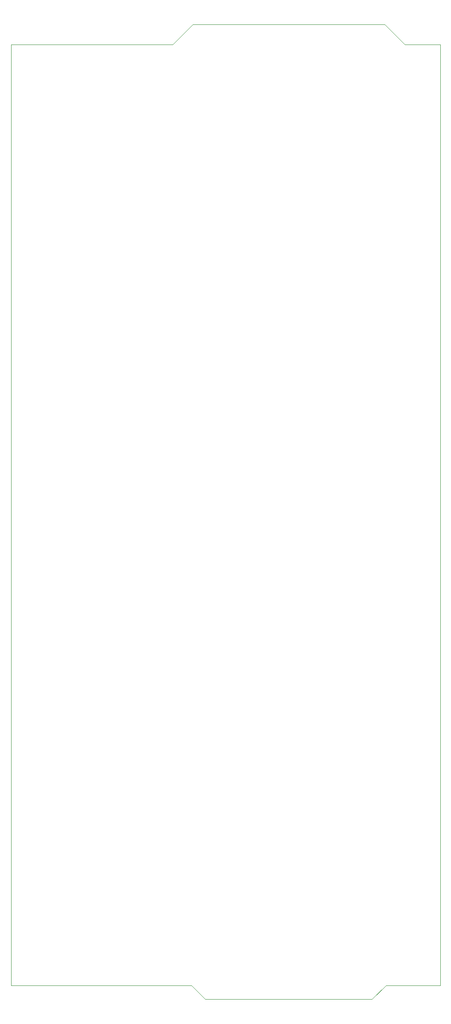
<source format=gbr>
%TF.GenerationSoftware,KiCad,Pcbnew,7.0.5*%
%TF.CreationDate,2023-07-03T18:50:34+02:00*%
%TF.ProjectId,Master_Board,4d617374-6572-45f4-926f-6172642e6b69,rev?*%
%TF.SameCoordinates,Original*%
%TF.FileFunction,Profile,NP*%
%FSLAX46Y46*%
G04 Gerber Fmt 4.6, Leading zero omitted, Abs format (unit mm)*
G04 Created by KiCad (PCBNEW 7.0.5) date 2023-07-03 18:50:34*
%MOMM*%
%LPD*%
G01*
G04 APERTURE LIST*
%TA.AperFunction,Profile*%
%ADD10C,0.100000*%
%TD*%
G04 APERTURE END LIST*
D10*
X89000000Y-8000000D02*
X51000000Y-8000000D01*
X47000000Y-12000000D02*
X15000000Y-12000000D01*
X51000000Y-8000000D02*
X47000000Y-12000000D01*
X86500000Y-200750000D02*
X53500000Y-200750000D01*
X15000000Y-12000000D02*
X15000000Y-198000000D01*
X100000000Y-198000000D02*
X89250000Y-198000000D01*
X50750000Y-198000000D02*
X15000000Y-198000000D01*
X93000000Y-12000000D02*
X89000000Y-8000000D01*
X53500000Y-200750000D02*
X50750000Y-198000000D01*
X100000000Y-12000000D02*
X93000000Y-12000000D01*
X100000000Y-198000000D02*
X100000000Y-12000000D01*
X89250000Y-198000000D02*
X86500000Y-200750000D01*
M02*

</source>
